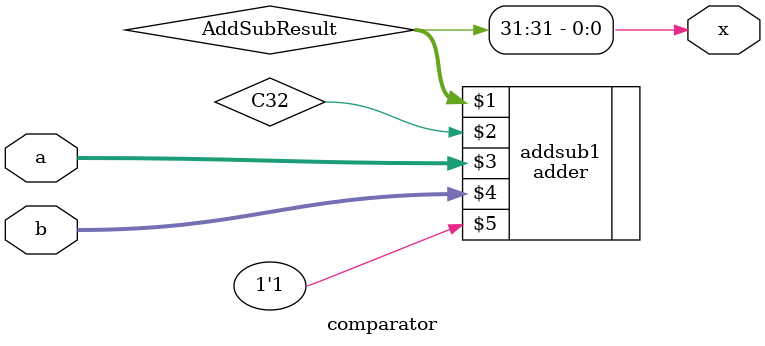
<source format=v>
module comparator (output x, input [31:0] a, input [31:0] b);
	wire [31:0] AddSubResult;
	adder addsub1 (AddSubResult, C32, a, b, 1'b1);
	and and1 (x, 1'b1, AddSubResult[31]);
endmodule
</source>
